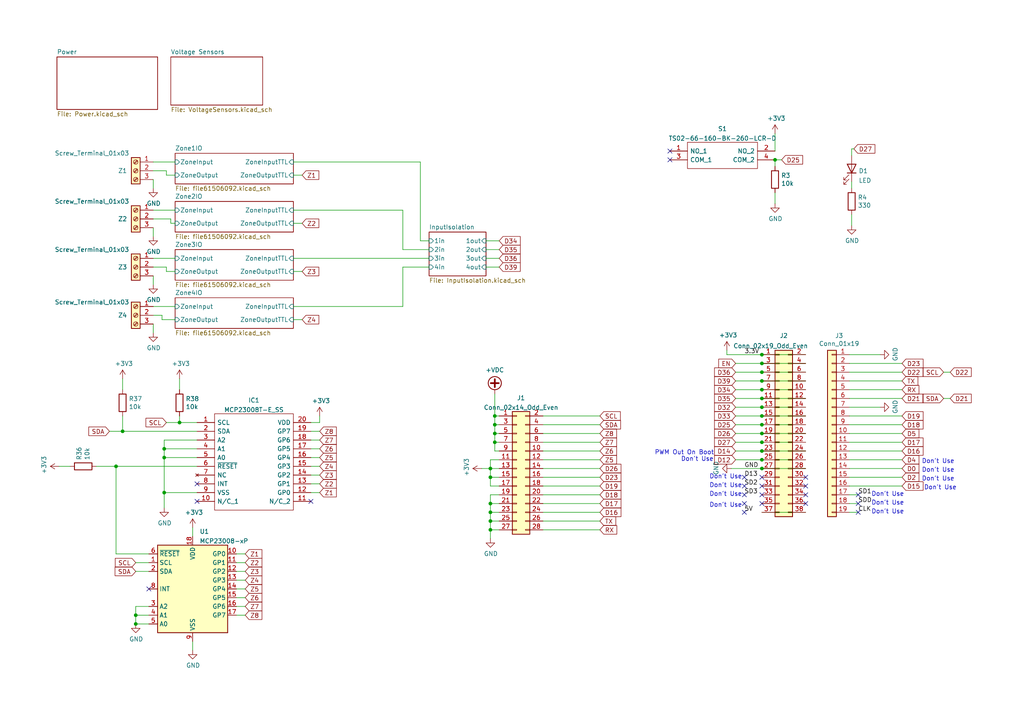
<source format=kicad_sch>
(kicad_sch (version 20211123) (generator eeschema)
  (paper "A4")
  (lib_symbols
    (symbol "Connector:Screw_Terminal_01x03" (pin_names (offset 1.016) hide)
      (property "Reference" "J" (at 0 5.08 0))
      (property "Value" "Screw_Terminal_01x03" (at 0 -5.08 0))
      (symbol "Screw_Terminal_01x03_1_1"
        (rectangle (start -1.27 3.81) (end 1.27 -3.81) (stroke (width 0.254)) (fill (type background)))
        (circle (center 0 -2.54) (radius 0.635) (stroke (width 0.1524)))
        (polyline (pts (xy -0.5334 -2.2098) (xy 0.3302 -3.048)) (stroke (width 0.1524)))
        (polyline (pts (xy -0.5334 0.3302) (xy 0.3302 -0.508)) (stroke (width 0.1524)))
        (polyline (pts (xy -0.5334 2.8702) (xy 0.3302 2.032)) (stroke (width 0.1524)))
        (polyline (pts (xy -0.3556 -2.032) (xy 0.508 -2.8702)) (stroke (width 0.1524)))
        (polyline (pts (xy -0.3556 0.508) (xy 0.508 -0.3302)) (stroke (width 0.1524)))
        (polyline (pts (xy -0.3556 3.048) (xy 0.508 2.2098)) (stroke (width 0.1524)))
        (circle (center 0 0) (radius 0.635) (stroke (width 0.1524)))
        (circle (center 0 2.54) (radius 0.635) (stroke (width 0.1524)))
        (pin passive line (at -5.08 2.54 0) (length 3.81) (name "Pin_1") (number "1"))
        (pin passive line (at -5.08 0 0) (length 3.81) (name "Pin_2") (number "2"))
        (pin passive line (at -5.08 -2.54 0) (length 3.81) (name "Pin_3") (number "3"))
      )
    )
    (symbol "Connector_Generic:Conn_01x19" (pin_names (offset 1.016) hide)
      (property "Reference" "J" (at 0 25.4 0))
      (property "Value" "Conn_01x19" (at 0 -25.4 0))
      (symbol "Conn_01x19_1_1"
        (rectangle (start -1.27 -22.733) (end 0 -22.987) (stroke (width 0.1524)))
        (rectangle (start -1.27 -20.193) (end 0 -20.447) (stroke (width 0.1524)))
        (rectangle (start -1.27 -17.653) (end 0 -17.907) (stroke (width 0.1524)))
        (rectangle (start -1.27 -15.113) (end 0 -15.367) (stroke (width 0.1524)))
        (rectangle (start -1.27 -12.573) (end 0 -12.827) (stroke (width 0.1524)))
        (rectangle (start -1.27 -10.033) (end 0 -10.287) (stroke (width 0.1524)))
        (rectangle (start -1.27 -7.493) (end 0 -7.747) (stroke (width 0.1524)))
        (rectangle (start -1.27 -4.953) (end 0 -5.207) (stroke (width 0.1524)))
        (rectangle (start -1.27 -2.413) (end 0 -2.667) (stroke (width 0.1524)))
        (rectangle (start -1.27 0.127) (end 0 -0.127) (stroke (width 0.1524)))
        (rectangle (start -1.27 2.667) (end 0 2.413) (stroke (width 0.1524)))
        (rectangle (start -1.27 5.207) (end 0 4.953) (stroke (width 0.1524)))
        (rectangle (start -1.27 7.747) (end 0 7.493) (stroke (width 0.1524)))
        (rectangle (start -1.27 10.287) (end 0 10.033) (stroke (width 0.1524)))
        (rectangle (start -1.27 12.827) (end 0 12.573) (stroke (width 0.1524)))
        (rectangle (start -1.27 15.367) (end 0 15.113) (stroke (width 0.1524)))
        (rectangle (start -1.27 17.907) (end 0 17.653) (stroke (width 0.1524)))
        (rectangle (start -1.27 20.447) (end 0 20.193) (stroke (width 0.1524)))
        (rectangle (start -1.27 22.987) (end 0 22.733) (stroke (width 0.1524)))
        (rectangle (start -1.27 24.13) (end 1.27 -24.13) (stroke (width 0.254)) (fill (type background)))
        (pin passive line (at -5.08 22.86 0) (length 3.81) (name "Pin_1") (number "1"))
        (pin passive line (at -5.08 0 0) (length 3.81) (name "Pin_10") (number "10"))
        (pin passive line (at -5.08 -2.54 0) (length 3.81) (name "Pin_11") (number "11"))
        (pin passive line (at -5.08 -5.08 0) (length 3.81) (name "Pin_12") (number "12"))
        (pin passive line (at -5.08 -7.62 0) (length 3.81) (name "Pin_13") (number "13"))
        (pin passive line (at -5.08 -10.16 0) (length 3.81) (name "Pin_14") (number "14"))
        (pin passive line (at -5.08 -12.7 0) (length 3.81) (name "Pin_15") (number "15"))
        (pin passive line (at -5.08 -15.24 0) (length 3.81) (name "Pin_16") (number "16"))
        (pin passive line (at -5.08 -17.78 0) (length 3.81) (name "Pin_17") (number "17"))
        (pin passive line (at -5.08 -20.32 0) (length 3.81) (name "Pin_18") (number "18"))
        (pin passive line (at -5.08 -22.86 0) (length 3.81) (name "Pin_19") (number "19"))
        (pin passive line (at -5.08 20.32 0) (length 3.81) (name "Pin_2") (number "2"))
        (pin passive line (at -5.08 17.78 0) (length 3.81) (name "Pin_3") (number "3"))
        (pin passive line (at -5.08 15.24 0) (length 3.81) (name "Pin_4") (number "4"))
        (pin passive line (at -5.08 12.7 0) (length 3.81) (name "Pin_5") (number "5"))
        (pin passive line (at -5.08 10.16 0) (length 3.81) (name "Pin_6") (number "6"))
        (pin passive line (at -5.08 7.62 0) (length 3.81) (name "Pin_7") (number "7"))
        (pin passive line (at -5.08 5.08 0) (length 3.81) (name "Pin_8") (number "8"))
        (pin passive line (at -5.08 2.54 0) (length 3.81) (name "Pin_9") (number "9"))
      )
    )
    (symbol "Connector_Generic:Conn_02x14_Odd_Even" (pin_names (offset 1.016) hide)
      (property "Reference" "J" (at 1.27 17.78 0))
      (property "Value" "Conn_02x14_Odd_Even" (at 1.27 -20.32 0))
      (symbol "Conn_02x14_Odd_Even_1_1"
        (rectangle (start -1.27 -17.653) (end 0 -17.907) (stroke (width 0.1524)))
        (rectangle (start -1.27 -15.113) (end 0 -15.367) (stroke (width 0.1524)))
        (rectangle (start -1.27 -12.573) (end 0 -12.827) (stroke (width 0.1524)))
        (rectangle (start -1.27 -10.033) (end 0 -10.287) (stroke (width 0.1524)))
        (rectangle (start -1.27 -7.493) (end 0 -7.747) (stroke (width 0.1524)))
        (rectangle (start -1.27 -4.953) (end 0 -5.207) (stroke (width 0.1524)))
        (rectangle (start -1.27 -2.413) (end 0 -2.667) (stroke (width 0.1524)))
        (rectangle (start -1.27 0.127) (end 0 -0.127) (stroke (width 0.1524)))
        (rectangle (start -1.27 2.667) (end 0 2.413) (stroke (width 0.1524)))
        (rectangle (start -1.27 5.207) (end 0 4.953) (stroke (width 0.1524)))
        (rectangle (start -1.27 7.747) (end 0 7.493) (stroke (width 0.1524)))
        (rectangle (start -1.27 10.287) (end 0 10.033) (stroke (width 0.1524)))
        (rectangle (start -1.27 12.827) (end 0 12.573) (stroke (width 0.1524)))
        (rectangle (start -1.27 15.367) (end 0 15.113) (stroke (width 0.1524)))
        (rectangle (start -1.27 16.51) (end 3.81 -19.05) (stroke (width 0.254)) (fill (type background)))
        (rectangle (start 3.81 -17.653) (end 2.54 -17.907) (stroke (width 0.1524)))
        (rectangle (start 3.81 -15.113) (end 2.54 -15.367) (stroke (width 0.1524)))
        (rectangle (start 3.81 -12.573) (end 2.54 -12.827) (stroke (width 0.1524)))
        (rectangle (start 3.81 -10.033) (end 2.54 -10.287) (stroke (width 0.1524)))
        (rectangle (start 3.81 -7.493) (end 2.54 -7.747) (stroke (width 0.1524)))
        (rectangle (start 3.81 -4.953) (end 2.54 -5.207) (stroke (width 0.1524)))
        (rectangle (start 3.81 -2.413) (end 2.54 -2.667) (stroke (width 0.1524)))
        (rectangle (start 3.81 0.127) (end 2.54 -0.127) (stroke (width 0.1524)))
        (rectangle (start 3.81 2.667) (end 2.54 2.413) (stroke (width 0.1524)))
        (rectangle (start 3.81 5.207) (end 2.54 4.953) (stroke (width 0.1524)))
        (rectangle (start 3.81 7.747) (end 2.54 7.493) (stroke (width 0.1524)))
        (rectangle (start 3.81 10.287) (end 2.54 10.033) (stroke (width 0.1524)))
        (rectangle (start 3.81 12.827) (end 2.54 12.573) (stroke (width 0.1524)))
        (rectangle (start 3.81 15.367) (end 2.54 15.113) (stroke (width 0.1524)))
        (pin passive line (at -5.08 15.24 0) (length 3.81) (name "Pin_1") (number "1"))
        (pin passive line (at 7.62 5.08 180) (length 3.81) (name "Pin_10") (number "10"))
        (pin passive line (at -5.08 2.54 0) (length 3.81) (name "Pin_11") (number "11"))
        (pin passive line (at 7.62 2.54 180) (length 3.81) (name "Pin_12") (number "12"))
        (pin passive line (at -5.08 0 0) (length 3.81) (name "Pin_13") (number "13"))
        (pin passive line (at 7.62 0 180) (length 3.81) (name "Pin_14") (number "14"))
        (pin passive line (at -5.08 -2.54 0) (length 3.81) (name "Pin_15") (number "15"))
        (pin passive line (at 7.62 -2.54 180) (length 3.81) (name "Pin_16") (number "16"))
        (pin passive line (at -5.08 -5.08 0) (length 3.81) (name "Pin_17") (number "17"))
        (pin passive line (at 7.62 -5.08 180) (length 3.81) (name "Pin_18") (number "18"))
        (pin passive line (at -5.08 -7.62 0) (length 3.81) (name "Pin_19") (number "19"))
        (pin passive line (at 7.62 15.24 180) (length 3.81) (name "Pin_2") (number "2"))
        (pin passive line (at 7.62 -7.62 180) (length 3.81) (name "Pin_20") (number "20"))
        (pin passive line (at -5.08 -10.16 0) (length 3.81) (name "Pin_21") (number "21"))
        (pin passive line (at 7.62 -10.16 180) (length 3.81) (name "Pin_22") (number "22"))
        (pin passive line (at -5.08 -12.7 0) (length 3.81) (name "Pin_23") (number "23"))
        (pin passive line (at 7.62 -12.7 180) (length 3.81) (name "Pin_24") (number "24"))
        (pin passive line (at -5.08 -15.24 0) (length 3.81) (name "Pin_25") (number "25"))
        (pin passive line (at 7.62 -15.24 180) (length 3.81) (name "Pin_26") (number "26"))
        (pin passive line (at -5.08 -17.78 0) (length 3.81) (name "Pin_27") (number "27"))
        (pin passive line (at 7.62 -17.78 180) (length 3.81) (name "Pin_28") (number "28"))
        (pin passive line (at -5.08 12.7 0) (length 3.81) (name "Pin_3") (number "3"))
        (pin passive line (at 7.62 12.7 180) (length 3.81) (name "Pin_4") (number "4"))
        (pin passive line (at -5.08 10.16 0) (length 3.81) (name "Pin_5") (number "5"))
        (pin passive line (at 7.62 10.16 180) (length 3.81) (name "Pin_6") (number "6"))
        (pin passive line (at -5.08 7.62 0) (length 3.81) (name "Pin_7") (number "7"))
        (pin passive line (at 7.62 7.62 180) (length 3.81) (name "Pin_8") (number "8"))
        (pin passive line (at -5.08 5.08 0) (length 3.81) (name "Pin_9") (number "9"))
      )
    )
    (symbol "Connector_Generic:Conn_02x19_Odd_Even" (pin_names (offset 1.016) hide)
      (property "Reference" "J" (at 1.27 25.4 0))
      (property "Value" "Conn_02x19_Odd_Even" (at 1.27 -25.4 0))
      (symbol "Conn_02x19_Odd_Even_1_1"
        (rectangle (start -1.27 -22.733) (end 0 -22.987) (stroke (width 0.1524)))
        (rectangle (start -1.27 -20.193) (end 0 -20.447) (stroke (width 0.1524)))
        (rectangle (start -1.27 -17.653) (end 0 -17.907) (stroke (width 0.1524)))
        (rectangle (start -1.27 -15.113) (end 0 -15.367) (stroke (width 0.1524)))
        (rectangle (start -1.27 -12.573) (end 0 -12.827) (stroke (width 0.1524)))
        (rectangle (start -1.27 -10.033) (end 0 -10.287) (stroke (width 0.1524)))
        (rectangle (start -1.27 -7.493) (end 0 -7.747) (stroke (width 0.1524)))
        (rectangle (start -1.27 -4.953) (end 0 -5.207) (stroke (width 0.1524)))
        (rectangle (start -1.27 -2.413) (end 0 -2.667) (stroke (width 0.1524)))
        (rectangle (start -1.27 0.127) (end 0 -0.127) (stroke (width 0.1524)))
        (rectangle (start -1.27 2.667) (end 0 2.413) (stroke (width 0.1524)))
        (rectangle (start -1.27 5.207) (end 0 4.953) (stroke (width 0.1524)))
        (rectangle (start -1.27 7.747) (end 0 7.493) (stroke (width 0.1524)))
        (rectangle (start -1.27 10.287) (end 0 10.033) (stroke (width 0.1524)))
        (rectangle (start -1.27 12.827) (end 0 12.573) (stroke (width 0.1524)))
        (rectangle (start -1.27 15.367) (end 0 15.113) (stroke (width 0.1524)))
        (rectangle (start -1.27 17.907) (end 0 17.653) (stroke (width 0.1524)))
        (rectangle (start -1.27 20.447) (end 0 20.193) (stroke (width 0.1524)))
        (rectangle (start -1.27 22.987) (end 0 22.733) (stroke (width 0.1524)))
        (rectangle (start -1.27 24.13) (end 3.81 -24.13) (stroke (width 0.254)) (fill (type background)))
        (rectangle (start 3.81 -22.733) (end 2.54 -22.987) (stroke (width 0.1524)))
        (rectangle (start 3.81 -20.193) (end 2.54 -20.447) (stroke (width 0.1524)))
        (rectangle (start 3.81 -17.653) (end 2.54 -17.907) (stroke (width 0.1524)))
        (rectangle (start 3.81 -15.113) (end 2.54 -15.367) (stroke (width 0.1524)))
        (rectangle (start 3.81 -12.573) (end 2.54 -12.827) (stroke (width 0.1524)))
        (rectangle (start 3.81 -10.033) (end 2.54 -10.287) (stroke (width 0.1524)))
        (rectangle (start 3.81 -7.493) (end 2.54 -7.747) (stroke (width 0.1524)))
        (rectangle (start 3.81 -4.953) (end 2.54 -5.207) (stroke (width 0.1524)))
        (rectangle (start 3.81 -2.413) (end 2.54 -2.667) (stroke (width 0.1524)))
        (rectangle (start 3.81 0.127) (end 2.54 -0.127) (stroke (width 0.1524)))
        (rectangle (start 3.81 2.667) (end 2.54 2.413) (stroke (width 0.1524)))
        (rectangle (start 3.81 5.207) (end 2.54 4.953) (stroke (width 0.1524)))
        (rectangle (start 3.81 7.747) (end 2.54 7.493) (stroke (width 0.1524)))
        (rectangle (start 3.81 10.287) (end 2.54 10.033) (stroke (width 0.1524)))
        (rectangle (start 3.81 12.827) (end 2.54 12.573) (stroke (width 0.1524)))
        (rectangle (start 3.81 15.367) (end 2.54 15.113) (stroke (width 0.1524)))
        (rectangle (start 3.81 17.907) (end 2.54 17.653) (stroke (width 0.1524)))
        (rectangle (start 3.81 20.447) (end 2.54 20.193) (stroke (width 0.1524)))
        (rectangle (start 3.81 22.987) (end 2.54 22.733) (stroke (width 0.1524)))
        (pin passive line (at -5.08 22.86 0) (length 3.81) (name "Pin_1") (number "1"))
        (pin passive line (at 7.62 12.7 180) (length 3.81) (name "Pin_10") (number "10"))
        (pin passive line (at -5.08 10.16 0) (length 3.81) (name "Pin_11") (number "11"))
        (pin passive line (at 7.62 10.16 180) (length 3.81) (name "Pin_12") (number "12"))
        (pin passive line (at -5.08 7.62 0) (length 3.81) (name "Pin_13") (number "13"))
        (pin passive line (at 7.62 7.62 180) (length 3.81) (name "Pin_14") (number "14"))
        (pin passive line (at -5.08 5.08 0) (length 3.81) (name "Pin_15") (number "15"))
        (pin passive line (at 7.62 5.08 180) (length 3.81) (name "Pin_16") (number "16"))
        (pin passive line (at -5.08 2.54 0) (length 3.81) (name "Pin_17") (number "17"))
        (pin passive line (at 7.62 2.54 180) (length 3.81) (name "Pin_18") (number "18"))
        (pin passive line (at -5.08 0 0) (length 3.81) (name "Pin_19") (number "19"))
        (pin passive line (at 7.62 22.86 180) (length 3.81) (name "Pin_2") (number "2"))
        (pin passive line (at 7.62 0 180) (length 3.81) (name "Pin_20") (number "20"))
        (pin passive line (at -5.08 -2.54 0) (length 3.81) (name "Pin_21") (number "21"))
        (pin passive line (at 7.62 -2.54 180) (length 3.81) (name "Pin_22") (number "22"))
        (pin passive line (at -5.08 -5.08 0) (length 3.81) (name "Pin_23") (number "23"))
        (pin passive line (at 7.62 -5.08 180) (length 3.81) (name "Pin_24") (number "24"))
        (pin passive line (at -5.08 -7.62 0) (length 3.81) (name "Pin_25") (number "25"))
        (pin passive line (at 7.62 -7.62 180) (length 3.81) (name "Pin_26") (number "26"))
        (pin passive line (at -5.08 -10.16 0) (length 3.81) (name "Pin_27") (number "27"))
        (pin passive line (at 7.62 -10.16 180) (length 3.81) (name "Pin_28") (number "28"))
        (pin passive line (at -5.08 -12.7 0) (length 3.81) (name "Pin_29") (number "29"))
        (pin passive line (at -5.08 20.32 0) (length 3.81) (name "Pin_3") (number "3"))
        (pin passive line (at 7.62 -12.7 180) (length 3.81) (name "Pin_30") (number "30"))
        (pin passive line (at -5.08 -15.24 0) (length 3.81) (name "Pin_31") (number "31"))
        (pin passive line (at 7.62 -15.24 180) (length 3.81) (name "Pin_32") (number "32"))
        (pin passive line (at -5.08 -17.78 0) (length 3.81) (name "Pin_33") (number "33"))
        (pin passive line (at 7.62 -17.78 180) (length 3.81) (name "Pin_34") (number "34"))
        (pin passive line (at -5.08 -20.32 0) (length 3.81) (name "Pin_35") (number "35"))
        (pin passive line (at 7.62 -20.32 180) (length 3.81) (name "Pin_36") (number "36"))
        (pin passive line (at -5.08 -22.86 0) (length 3.81) (name "Pin_37") (number "37"))
        (pin passive line (at 7.62 -22.86 180) (length 3.81) (name "Pin_38") (number "38"))
        (pin passive line (at 7.62 20.32 180) (length 3.81) (name "Pin_4") (number "4"))
        (pin passive line (at -5.08 17.78 0) (length 3.81) (name "Pin_5") (number "5"))
        (pin passive line (at 7.62 17.78 180) (length 3.81) (name "Pin_6") (number "6"))
        (pin passive line (at -5.08 15.24 0) (length 3.81) (name "Pin_7") (number "7"))
        (pin passive line (at 7.62 15.24 180) (length 3.81) (name "Pin_8") (number "8"))
        (pin passive line (at -5.08 12.7 0) (length 3.81) (name "Pin_9") (number "9"))
      )
    )
    (symbol "Device:LED" (pin_numbers hide) (pin_names (offset 1.016) hide)
      (property "Reference" "D" (at 0 2.54 0))
      (property "Value" "LED" (at 0 -2.54 0))
      (symbol "LED_0_1"
        (polyline (pts (xy -1.27 -1.27) (xy -1.27 1.27)) (stroke (width 0.254)))
        (polyline (pts (xy -1.27 0) (xy 1.27 0)))
        (polyline (pts (xy 1.27 -1.27) (xy 1.27 1.27) (xy -1.27 0) (xy 1.27 -1.27)) (stroke (width 0.254)))
        (polyline (pts (xy -3.048 -0.762) (xy -4.572 -2.286) (xy -3.81 -2.286) (xy -4.572 -2.286) (xy -4.572 -1.524)))
        (polyline (pts (xy -1.778 -0.762) (xy -3.302 -2.286) (xy -2.54 -2.286) (xy -3.302 -2.286) (xy -3.302 -1.524)))
      )
      (symbol "LED_1_1"
        (pin passive line (at -3.81 0 0) (length 2.54) (name "K") (number "1"))
        (pin passive line (at 3.81 0 180) (length 2.54) (name "A") (number "2"))
      )
    )
    (symbol "Device:R" (pin_numbers hide) (pin_names (offset 0))
      (property "Reference" "R" (at 2.032 0 90))
      (property "Value" "R" (at 0 0 90))
      (symbol "R_0_1"
        (rectangle (start -1.016 -2.54) (end 1.016 2.54) (stroke (width 0.254)))
      )
      (symbol "R_1_1"
        (pin passive line (at 0 3.81 270) (length 1.27) (name "~") (number "1"))
        (pin passive line (at 0 -3.81 90) (length 1.27) (name "~") (number "2"))
      )
    )
    (symbol "Interface_Expansion:MCP23008-xP"
      (property "Reference" "U" (at -8.89 13.97 0))
      (property "Value" "MCP23008-xP" (at 8.89 13.97 0))
      (symbol "MCP23008-xP_0_1"
        (rectangle (start -10.16 12.7) (end 10.16 -12.7) (stroke (width 0.254)) (fill (type background)))
      )
      (symbol "MCP23008-xP_1_1"
        (pin input line (at -12.7 7.62 0) (length 2.54) (name "SCL") (number "1"))
        (pin bidirectional line (at 12.7 10.16 180) (length 2.54) (name "GP0") (number "10"))
        (pin bidirectional line (at 12.7 7.62 180) (length 2.54) (name "GP1") (number "11"))
        (pin bidirectional line (at 12.7 5.08 180) (length 2.54) (name "GP2") (number "12"))
        (pin bidirectional line (at 12.7 2.54 180) (length 2.54) (name "GP3") (number "13"))
        (pin bidirectional line (at 12.7 0 180) (length 2.54) (name "GP4") (number "14"))
        (pin bidirectional line (at 12.7 -2.54 180) (length 2.54) (name "GP5") (number "15"))
        (pin bidirectional line (at 12.7 -5.08 180) (length 2.54) (name "GP6") (number "16"))
        (pin bidirectional line (at 12.7 -7.62 180) (length 2.54) (name "GP7") (number "17"))
        (pin power_in line (at 0 15.24 270) (length 2.54) (name "VDD") (number "18"))
        (pin bidirectional line (at -12.7 5.08 0) (length 2.54) (name "SDA") (number "2"))
        (pin input line (at -12.7 -5.08 0) (length 2.54) (name "A2") (number "3"))
        (pin input line (at -12.7 -7.62 0) (length 2.54) (name "A1") (number "4"))
        (pin input line (at -12.7 -10.16 0) (length 2.54) (name "A0") (number "5"))
        (pin input line (at -12.7 10.16 0) (length 2.54) (name "~{RESET}") (number "6"))
        (pin no_connect line (at -10.16 -2.54 0) (length 2.54) hide (name "NC") (number "7"))
        (pin output line (at -12.7 0 0) (length 2.54) (name "INT") (number "8"))
        (pin power_in line (at 0 -15.24 90) (length 2.54) (name "VSS") (number "9"))
      )
    )
    (symbol "Samac_Sys:MCP23008T-E_SS" (pin_names (offset 0.762))
      (property "Reference" "IC" (at 29.21 7.62 0))
      (property "Value" "MCP23008T-E_SS" (at 29.21 5.08 0))
      (symbol "MCP23008T-E_SS_0_0"
        (pin passive line (at 0 0 0) (length 5.08) (name "SCL") (number "1"))
        (pin passive line (at 0 -22.86 0) (length 5.08) (name "N/C_1") (number "10"))
        (pin passive line (at 33.02 -22.86 180) (length 5.08) (name "N/C_2") (number "11"))
        (pin passive line (at 33.02 -20.32 180) (length 5.08) (name "GP0") (number "12"))
        (pin passive line (at 33.02 -17.78 180) (length 5.08) (name "GP1") (number "13"))
        (pin passive line (at 33.02 -15.24 180) (length 5.08) (name "GP2") (number "14"))
        (pin passive line (at 33.02 -12.7 180) (length 5.08) (name "GP3") (number "15"))
        (pin passive line (at 33.02 -10.16 180) (length 5.08) (name "GP4") (number "16"))
        (pin passive line (at 33.02 -7.62 180) (length 5.08) (name "GP5") (number "17"))
        (pin passive line (at 33.02 -5.08 180) (length 5.08) (name "GP6") (number "18"))
        (pin passive line (at 33.02 -2.54 180) (length 5.08) (name "GP7") (number "19"))
        (pin passive line (at 0 -2.54 0) (length 5.08) (name "SDA") (number "2"))
        (pin passive line (at 33.02 0 180) (length 5.08) (name "VDD") (number "20"))
        (pin passive line (at 0 -5.08 0) (length 5.08) (name "A2") (number "3"))
        (pin passive line (at 0 -7.62 0) (length 5.08) (name "A1") (number "4"))
        (pin passive line (at 0 -10.16 0) (length 5.08) (name "A0") (number "5"))
        (pin passive line (at 0 -12.7 0) (length 5.08) (name "~{RESET}") (number "6"))
        (pin no_connect line (at 0 -15.24 0) (length 5.08) (name "NC") (number "7"))
        (pin passive line (at 0 -17.78 0) (length 5.08) (name "INT") (number "8"))
        (pin passive line (at 0 -20.32 0) (length 5.08) (name "VSS") (number "9"))
      )
      (symbol "MCP23008T-E_SS_0_1"
        (polyline (pts (xy 5.08 2.54) (xy 27.94 2.54) (xy 27.94 -25.4) (xy 5.08 -25.4) (xy 5.08 2.54)) (stroke (width 0.1524)))
      )
    )
    (symbol "Samac_Sys:TS02-66-160-BK-260-LCR-D" (pin_names (offset 0.762))
      (property "Reference" "S" (at 26.67 7.62 0))
      (property "Value" "TS02-66-160-BK-260-LCR-D" (at 26.67 5.08 0))
      (symbol "TS02-66-160-BK-260-LCR-D_0_0"
        (pin passive line (at 0 0 0) (length 5.08) (name "NO_1") (number "1"))
        (pin passive line (at 30.48 0 180) (length 5.08) (name "NO_2") (number "2"))
        (pin passive line (at 0 -2.54 0) (length 5.08) (name "COM_1") (number "3"))
        (pin passive line (at 30.48 -2.54 180) (length 5.08) (name "COM_2") (number "4"))
      )
      (symbol "TS02-66-160-BK-260-LCR-D_0_1"
        (polyline (pts (xy 5.08 2.54) (xy 25.4 2.54) (xy 25.4 -5.08) (xy 5.08 -5.08) (xy 5.08 2.54)) (stroke (width 0.1524)))
      )
    )
    (symbol "power:+3.3V" (power) (pin_names (offset 0))
      (property "Value" "+3.3V" (at 0 3.556 0))
      (symbol "+3.3V_0_1"
        (polyline (pts (xy -0.762 1.27) (xy 0 2.54)))
        (polyline (pts (xy 0 0) (xy 0 2.54)))
        (polyline (pts (xy 0 2.54) (xy 0.762 1.27)))
      )
      (symbol "+3.3V_1_1"
        (pin power_in line (at 0 0 90) (length 0) hide (name "+3V3") (number "1"))
      )
    )
    (symbol "power:+VDC" (power) (pin_names (offset 0))
      (property "Value" "+VDC" (at 0 6.35 0))
      (symbol "+VDC_0_1"
        (polyline (pts (xy -1.143 3.175) (xy 1.143 3.175)) (stroke (width 0.508)))
        (polyline (pts (xy 0 0) (xy 0 1.27)))
        (polyline (pts (xy 0 2.032) (xy 0 4.318)) (stroke (width 0.508)))
        (circle (center 0 3.175) (radius 1.905) (stroke (width 0.254)))
      )
      (symbol "+VDC_1_1"
        (pin power_in line (at 0 0 90) (length 0) hide (name "+VDC") (number "1"))
      )
    )
    (symbol "power:GND" (power) (pin_names (offset 0))
      (property "Value" "GND" (at 0 -3.81 0))
      (symbol "GND_0_1"
        (polyline (pts (xy 0 0) (xy 0 -1.27) (xy 1.27 -1.27) (xy 0 -2.54) (xy -1.27 -1.27) (xy 0 -1.27)))
      )
      (symbol "GND_1_1"
        (pin power_in line (at 0 0 270) (length 0) hide (name "GND") (number "1"))
      )
    )
  )
  (junction (at 142.24 146.05))
  (junction (at 220.98 130.81))
  (junction (at 143.51 120.65))
  (junction (at 39.37 178.435))
  (junction (at 220.98 110.49))
  (junction (at 220.98 115.57))
  (junction (at 220.98 118.11))
  (junction (at 39.37 180.975))
  (junction (at 220.98 135.89))
  (junction (at 47.625 142.875))
  (junction (at 224.79 46.355))
  (junction (at 143.51 125.73))
  (junction (at 142.24 148.59))
  (junction (at 142.24 138.43))
  (junction (at 142.24 135.89))
  (junction (at 220.98 102.87))
  (junction (at 35.56 125.095))
  (junction (at 33.655 135.255))
  (junction (at 47.625 132.715))
  (junction (at 52.07 122.555))
  (junction (at 143.51 123.19))
  (junction (at 220.98 120.65))
  (junction (at 220.98 133.35))
  (junction (at 143.51 128.27))
  (junction (at 142.24 151.13))
  (junction (at 220.98 128.27))
  (junction (at 220.98 107.95))
  (junction (at 142.24 153.67))
  (junction (at 47.625 130.175))
  (junction (at 220.98 113.03))
  (junction (at 220.98 125.73))
  (junction (at 220.98 105.41))
  (junction (at 220.98 123.19))
  (no_connect (at 248.92 146.05))
  (no_connect (at 43.18 170.815))
  (no_connect (at 248.92 143.51))
  (no_connect (at 57.15 145.415))
  (no_connect (at 90.17 145.415))
  (no_connect (at 215.9 148.59))
  (no_connect (at 194.31 43.815))
  (no_connect (at 194.31 46.355))
  (no_connect (at 57.15 140.335))
  (no_connect (at 215.9 143.51))
  (no_connect (at 215.9 140.97))
  (no_connect (at 215.9 138.43))
  (no_connect (at 220.98 143.51))
  (no_connect (at 220.98 140.97))
  (no_connect (at 220.98 138.43))
  (no_connect (at 233.68 138.43))
  (no_connect (at 233.68 140.97))
  (no_connect (at 233.68 143.51))
  (no_connect (at 215.9 146.05))
  (no_connect (at 233.68 146.05))
  (no_connect (at 248.92 148.59))
  (no_connect (at 220.98 146.05))
  (wire (pts (xy 90.17 142.875) (xy 92.71 142.875)))
  (wire (pts (xy 213.36 133.35) (xy 220.98 133.35)))
  (wire (pts (xy 68.58 168.275) (xy 71.12 168.275)))
  (wire (pts (xy 139.7 135.89) (xy 142.24 135.89)))
  (wire (pts (xy 90.17 125.095) (xy 92.71 125.095)))
  (wire (pts (xy 224.79 38.735) (xy 224.79 43.815)))
  (wire (pts (xy 213.36 123.19) (xy 220.98 123.19)))
  (wire (pts (xy 247.015 52.705) (xy 247.015 54.61)))
  (wire (pts (xy 44.45 88.9) (xy 50.8 88.9)))
  (wire (pts (xy 213.36 110.49) (xy 220.98 110.49)))
  (wire (pts (xy 246.38 133.35) (xy 261.62 133.35)))
  (wire (pts (xy 173.99 125.73) (xy 157.48 125.73)))
  (wire (pts (xy 121.92 69.85) (xy 121.92 46.99)))
  (wire (pts (xy 35.56 120.65) (xy 35.56 125.095)))
  (wire (pts (xy 226.695 46.355) (xy 224.79 46.355)))
  (wire (pts (xy 27.94 135.255) (xy 33.655 135.255)))
  (wire (pts (xy 144.78 153.67) (xy 142.24 153.67)))
  (wire (pts (xy 85.09 46.99) (xy 121.92 46.99)))
  (wire (pts (xy 233.68 107.95) (xy 220.98 107.95)))
  (wire (pts (xy 143.51 130.81) (xy 143.51 128.27)))
  (wire (pts (xy 57.15 127.635) (xy 47.625 127.635)))
  (wire (pts (xy 47.625 127.635) (xy 47.625 130.175)))
  (wire (pts (xy 17.145 135.255) (xy 20.32 135.255)))
  (wire (pts (xy 44.45 82.55) (xy 44.45 80.01)))
  (wire (pts (xy 142.24 146.05) (xy 142.24 148.59)))
  (wire (pts (xy 246.38 146.05) (xy 248.92 146.05)))
  (wire (pts (xy 52.07 122.555) (xy 57.15 122.555)))
  (wire (pts (xy 90.17 130.175) (xy 92.71 130.175)))
  (wire (pts (xy 246.38 110.49) (xy 261.62 110.49)))
  (wire (pts (xy 143.51 125.73) (xy 144.78 125.73)))
  (wire (pts (xy 48.26 122.555) (xy 52.07 122.555)))
  (wire (pts (xy 85.09 92.71) (xy 87.63 92.71)))
  (wire (pts (xy 90.17 140.335) (xy 92.71 140.335)))
  (wire (pts (xy 157.48 151.13) (xy 173.99 151.13)))
  (wire (pts (xy 157.48 143.51) (xy 173.99 143.51)))
  (wire (pts (xy 47.625 132.715) (xy 47.625 142.875)))
  (wire (pts (xy 39.37 178.435) (xy 39.37 180.975)))
  (wire (pts (xy 143.51 114.3) (xy 143.51 120.65)))
  (wire (pts (xy 48.26 78.74) (xy 50.8 78.74)))
  (wire (pts (xy 246.38 118.11) (xy 255.27 118.11)))
  (wire (pts (xy 247.015 62.23) (xy 247.015 65.405)))
  (wire (pts (xy 85.09 74.93) (xy 124.46 74.93)))
  (wire (pts (xy 233.68 130.81) (xy 220.98 130.81)))
  (wire (pts (xy 210.82 102.87) (xy 220.98 102.87)))
  (wire (pts (xy 68.58 163.195) (xy 71.12 163.195)))
  (wire (pts (xy 90.17 127.635) (xy 92.71 127.635)))
  (wire (pts (xy 31.75 125.095) (xy 35.56 125.095)))
  (wire (pts (xy 247.015 43.18) (xy 247.015 45.085)))
  (wire (pts (xy 157.48 120.65) (xy 173.99 120.65)))
  (wire (pts (xy 273.685 115.57) (xy 275.59 115.57)))
  (wire (pts (xy 144.78 148.59) (xy 142.24 148.59)))
  (wire (pts (xy 85.09 50.8) (xy 87.63 50.8)))
  (wire (pts (xy 44.45 68.58) (xy 44.45 66.04)))
  (wire (pts (xy 247.015 43.18) (xy 247.65 43.18)))
  (wire (pts (xy 142.24 151.13) (xy 142.24 153.67)))
  (wire (pts (xy 52.07 109.855) (xy 52.07 113.03)))
  (wire (pts (xy 233.68 118.11) (xy 220.98 118.11)))
  (wire (pts (xy 157.48 128.27) (xy 173.99 128.27)))
  (wire (pts (xy 246.38 120.65) (xy 261.62 120.65)))
  (wire (pts (xy 246.38 128.27) (xy 261.62 128.27)))
  (wire (pts (xy 44.45 96.52) (xy 44.45 93.98)))
  (wire (pts (xy 143.51 128.27) (xy 143.51 125.73)))
  (wire (pts (xy 44.45 49.53) (xy 48.26 49.53)))
  (wire (pts (xy 157.48 153.67) (xy 173.99 153.67)))
  (wire (pts (xy 49.53 64.77) (xy 50.8 64.77)))
  (wire (pts (xy 220.98 148.59) (xy 233.68 148.59)))
  (wire (pts (xy 212.09 135.89) (xy 220.98 135.89)))
  (wire (pts (xy 213.36 128.27) (xy 220.98 128.27)))
  (wire (pts (xy 143.51 120.65) (xy 144.78 120.65)))
  (wire (pts (xy 157.48 146.05) (xy 173.99 146.05)))
  (wire (pts (xy 39.37 180.975) (xy 43.18 180.975)))
  (wire (pts (xy 220.98 105.41) (xy 233.68 105.41)))
  (wire (pts (xy 116.84 88.9) (xy 85.09 88.9)))
  (wire (pts (xy 140.97 74.93) (xy 144.78 74.93)))
  (wire (pts (xy 144.78 140.97) (xy 142.24 140.97)))
  (wire (pts (xy 47.625 142.875) (xy 47.625 147.32)))
  (wire (pts (xy 157.48 138.43) (xy 173.99 138.43)))
  (wire (pts (xy 213.36 125.73) (xy 220.98 125.73)))
  (wire (pts (xy 35.56 109.855) (xy 35.56 113.03)))
  (wire (pts (xy 90.17 137.795) (xy 92.71 137.795)))
  (wire (pts (xy 143.51 123.19) (xy 143.51 125.73)))
  (wire (pts (xy 144.78 128.27) (xy 143.51 128.27)))
  (wire (pts (xy 144.78 143.51) (xy 142.24 143.51)))
  (wire (pts (xy 246.38 125.73) (xy 261.62 125.73)))
  (wire (pts (xy 44.45 63.5) (xy 49.53 63.5)))
  (wire (pts (xy 44.45 54.61) (xy 44.45 52.07)))
  (wire (pts (xy 246.38 107.95) (xy 261.62 107.95)))
  (wire (pts (xy 68.58 165.735) (xy 71.12 165.735)))
  (wire (pts (xy 246.38 113.03) (xy 261.62 113.03)))
  (wire (pts (xy 246.38 123.19) (xy 261.62 123.19)))
  (wire (pts (xy 273.685 107.95) (xy 275.59 107.95)))
  (wire (pts (xy 55.88 186.055) (xy 55.88 188.595)))
  (wire (pts (xy 142.24 133.35) (xy 142.24 135.89)))
  (wire (pts (xy 140.97 72.39) (xy 144.78 72.39)))
  (wire (pts (xy 233.68 120.65) (xy 220.98 120.65)))
  (wire (pts (xy 246.38 115.57) (xy 261.62 115.57)))
  (wire (pts (xy 124.46 77.47) (xy 116.84 77.47)))
  (wire (pts (xy 142.24 138.43) (xy 142.24 140.97)))
  (wire (pts (xy 43.18 175.895) (xy 39.37 175.895)))
  (wire (pts (xy 90.17 135.255) (xy 92.71 135.255)))
  (wire (pts (xy 246.38 135.89) (xy 261.62 135.89)))
  (wire (pts (xy 233.68 110.49) (xy 220.98 110.49)))
  (wire (pts (xy 248.92 143.51) (xy 246.38 143.51)))
  (wire (pts (xy 246.38 140.97) (xy 261.62 140.97)))
  (wire (pts (xy 48.26 49.53) (xy 48.26 50.8)))
  (wire (pts (xy 213.36 130.81) (xy 220.98 130.81)))
  (wire (pts (xy 33.655 160.655) (xy 33.655 135.255)))
  (wire (pts (xy 233.68 102.87) (xy 220.98 102.87)))
  (wire (pts (xy 213.36 115.57) (xy 220.98 115.57)))
  (wire (pts (xy 39.37 175.895) (xy 39.37 178.435)))
  (wire (pts (xy 55.88 153.035) (xy 55.88 155.575)))
  (wire (pts (xy 68.58 178.435) (xy 71.12 178.435)))
  (wire (pts (xy 157.48 148.59) (xy 173.99 148.59)))
  (wire (pts (xy 246.38 102.87) (xy 255.27 102.87)))
  (wire (pts (xy 35.56 125.095) (xy 57.15 125.095)))
  (wire (pts (xy 224.79 55.88) (xy 224.79 59.055)))
  (wire (pts (xy 48.26 50.8) (xy 50.8 50.8)))
  (wire (pts (xy 142.24 148.59) (xy 142.24 151.13)))
  (wire (pts (xy 213.36 118.11) (xy 220.98 118.11)))
  (wire (pts (xy 44.45 46.99) (xy 50.8 46.99)))
  (wire (pts (xy 142.24 151.13) (xy 144.78 151.13)))
  (wire (pts (xy 157.48 123.19) (xy 173.99 123.19)))
  (wire (pts (xy 46.99 91.44) (xy 46.99 92.71)))
  (wire (pts (xy 68.58 173.355) (xy 71.12 173.355)))
  (wire (pts (xy 57.15 142.875) (xy 47.625 142.875)))
  (wire (pts (xy 39.37 163.195) (xy 43.18 163.195)))
  (wire (pts (xy 144.78 146.05) (xy 142.24 146.05)))
  (wire (pts (xy 142.24 135.89) (xy 144.78 135.89)))
  (wire (pts (xy 213.36 105.41) (xy 220.98 105.41)))
  (wire (pts (xy 144.78 123.19) (xy 143.51 123.19)))
  (wire (pts (xy 85.09 78.74) (xy 87.63 78.74)))
  (wire (pts (xy 144.78 138.43) (xy 142.24 138.43)))
  (wire (pts (xy 140.97 77.47) (xy 144.78 77.47)))
  (wire (pts (xy 39.37 178.435) (xy 43.18 178.435)))
  (wire (pts (xy 144.78 130.81) (xy 143.51 130.81)))
  (wire (pts (xy 233.68 133.35) (xy 220.98 133.35)))
  (wire (pts (xy 246.38 105.41) (xy 261.62 105.41)))
  (wire (pts (xy 92.71 122.555) (xy 92.71 120.65)))
  (wire (pts (xy 140.97 69.85) (xy 144.78 69.85)))
  (wire (pts (xy 47.625 130.175) (xy 57.15 130.175)))
  (wire (pts (xy 49.53 63.5) (xy 49.53 64.77)))
  (wire (pts (xy 52.07 120.65) (xy 52.07 122.555)))
  (wire (pts (xy 233.68 128.27) (xy 220.98 128.27)))
  (wire (pts (xy 142.24 138.43) (xy 142.24 135.89)))
  (wire (pts (xy 157.48 135.89) (xy 173.99 135.89)))
  (wire (pts (xy 116.84 72.39) (xy 116.84 60.96)))
  (wire (pts (xy 144.78 133.35) (xy 142.24 133.35)))
  (wire (pts (xy 47.625 132.715) (xy 57.15 132.715)))
  (wire (pts (xy 213.36 113.03) (xy 220.98 113.03)))
  (wire (pts (xy 47.625 130.175) (xy 47.625 132.715)))
  (wire (pts (xy 44.45 77.47) (xy 48.26 77.47)))
  (wire (pts (xy 233.68 115.57) (xy 220.98 115.57)))
  (wire (pts (xy 173.99 130.81) (xy 157.48 130.81)))
  (wire (pts (xy 85.09 64.77) (xy 87.63 64.77)))
  (wire (pts (xy 224.79 46.355) (xy 224.79 48.26)))
  (wire (pts (xy 68.58 160.655) (xy 71.12 160.655)))
  (wire (pts (xy 116.84 77.47) (xy 116.84 88.9)))
  (wire (pts (xy 48.26 77.47) (xy 48.26 78.74)))
  (wire (pts (xy 124.46 72.39) (xy 116.84 72.39)))
  (wire (pts (xy 50.8 60.96) (xy 44.45 60.96)))
  (wire (pts (xy 213.36 120.65) (xy 220.98 120.65)))
  (wire (pts (xy 210.82 102.87) (xy 210.82 101.6)))
  (wire (pts (xy 142.24 143.51) (xy 142.24 146.05)))
  (wire (pts (xy 68.58 170.815) (xy 71.12 170.815)))
  (wire (pts (xy 39.37 165.735) (xy 43.18 165.735)))
  (wire (pts (xy 44.45 74.93) (xy 50.8 74.93)))
  (wire (pts (xy 246.38 138.43) (xy 261.62 138.43)))
  (wire (pts (xy 213.36 107.95) (xy 220.98 107.95)))
  (wire (pts (xy 116.84 60.96) (xy 85.09 60.96)))
  (wire (pts (xy 233.68 123.19) (xy 220.98 123.19)))
  (wire (pts (xy 124.46 69.85) (xy 121.92 69.85)))
  (wire (pts (xy 43.18 160.655) (xy 33.655 160.655)))
  (wire (pts (xy 44.45 91.44) (xy 46.99 91.44)))
  (wire (pts (xy 90.17 122.555) (xy 92.71 122.555)))
  (wire (pts (xy 33.655 135.255) (xy 57.15 135.255)))
  (wire (pts (xy 220.98 135.89) (xy 233.68 135.89)))
  (wire (pts (xy 246.38 130.81) (xy 261.62 130.81)))
  (wire (pts (xy 157.48 133.35) (xy 173.99 133.35)))
  (wire (pts (xy 142.24 153.67) (xy 142.24 156.21)))
  (wire (pts (xy 248.92 148.59) (xy 246.38 148.59)))
  (wire (pts (xy 157.48 140.97) (xy 173.99 140.97)))
  (wire (pts (xy 68.58 175.895) (xy 71.12 175.895)))
  (wire (pts (xy 233.68 125.73) (xy 220.98 125.73)))
  (wire (pts (xy 143.51 120.65) (xy 143.51 123.19)))
  (wire (pts (xy 46.99 92.71) (xy 50.8 92.71)))
  (wire (pts (xy 90.17 132.715) (xy 92.71 132.715)))
  (wire (pts (xy 233.68 113.03) (xy 220.98 113.03)))
  (text "Don't Use" (at 205.74 139.065 0) (effects (font (size 1.27 1.27)) (justify left bottom)))
  (text "Don't Use" (at 267.335 134.62 0) (effects (font (size 1.27 1.27)) (justify left bottom)))
  (text "Don't Use" (at 252.73 144.145 0) (effects (font (size 1.27 1.27)) (justify left bottom)))
  (text "Don't Use" (at 205.74 147.32 0) (effects (font (size 1.27 1.27)) (justify left bottom)))
  (text "Don't Use" (at 267.97 142.24 0) (effects (font (size 1.27 1.27)) (justify left bottom)))
  (text "Don't Use" (at 205.74 141.605 0) (effects (font (size 1.27 1.27)) (justify left bottom)))
  (text "Don't Use" (at 252.73 146.685 0) (effects (font (size 1.27 1.27)) (justify left bottom)))
  (text "Don't Use" (at 205.74 144.145 0) (effects (font (size 1.27 1.27)) (justify left bottom)))
  (text "Don't Use" (at 252.73 149.225 0) (effects (font (size 1.27 1.27)) (justify left bottom)))
  (text "Don't Use" (at 267.335 139.7 0) (effects (font (size 1.27 1.27)) (justify left bottom)))
  (text "PWM Out On Boot" (at 189.865 132.08 0) (effects (font (size 1.27 1.27)) (justify left bottom)))
  (text "Don't Use" (at 197.485 133.985 0) (effects (font (size 1.27 1.27)) (justify left bottom)))
  (text "Don't Use" (at 267.335 137.16 0) (effects (font (size 1.27 1.27)) (justify left bottom)))
  (label "D13" (at 215.9 138.43 0))
  (label "SD2" (at 215.9 140.97 0))
  (label "3.3V" (at 215.9 102.87 0))
  (label "5V" (at 215.9 148.59 0))
  (label "SDD" (at 248.92 146.05 0))
  (label "CLK" (at 248.92 148.59 0))
  (label "GND" (at 215.9 135.89 0))
  (label "SD3" (at 215.9 143.51 0))
  (label "SD1" (at 248.92 143.51 0))
  (global_label "Z7" (shape input) (at 71.12 175.895 0) (property "Intersheet References" "${INTERSHEET_REFS}" (effects hide)))
  (global_label "SCL" (shape input) (at 39.37 163.195 180) (property "Intersheet References" "${INTERSHEET_REFS}" (effects hide)))
  (global_label "Z7" (shape input) (at 92.71 127.635 0) (property "Intersheet References" "${INTERSHEET_REFS}" (effects hide)))
  (global_label "D34" (shape input) (at 213.36 113.03 180) (property "Intersheet References" "${INTERSHEET_REFS}" (effects hide)))
  (global_label "Z6" (shape input) (at 71.12 173.355 0) (property "Intersheet References" "${INTERSHEET_REFS}" (effects hide)))
  (global_label "D2" (shape input) (at 261.62 138.43 0) (property "Intersheet References" "${INTERSHEET_REFS}" (effects hide)))
  (global_label "Z3" (shape input) (at 92.71 137.795 0) (property "Intersheet References" "${INTERSHEET_REFS}" (effects hide)))
  (global_label "D32" (shape input) (at 213.36 118.11 180) (property "Intersheet References" "${INTERSHEET_REFS}" (effects hide)))
  (global_label "D23" (shape input) (at 261.62 105.41 0) (property "Intersheet References" "${INTERSHEET_REFS}" (effects hide)))
  (global_label "D23" (shape input) (at 173.99 138.43 0) (property "Intersheet References" "${INTERSHEET_REFS}" (effects hide)))
  (global_label "D36" (shape input) (at 144.78 74.93 0) (property "Intersheet References" "${INTERSHEET_REFS}" (effects hide)))
  (global_label "D36" (shape input) (at 213.36 107.95 180) (property "Intersheet References" "${INTERSHEET_REFS}" (effects hide)))
  (global_label "D26" (shape input) (at 213.36 125.73 180) (property "Intersheet References" "${INTERSHEET_REFS}" (effects hide)))
  (global_label "Z6" (shape input) (at 92.71 130.175 0) (property "Intersheet References" "${INTERSHEET_REFS}" (effects hide)))
  (global_label "RX" (shape input) (at 261.62 113.03 0) (property "Intersheet References" "${INTERSHEET_REFS}" (effects hide)))
  (global_label "SCL" (shape input) (at 273.685 107.95 180) (property "Intersheet References" "${INTERSHEET_REFS}" (effects hide)))
  (global_label "D17" (shape input) (at 261.62 128.27 0) (property "Intersheet References" "${INTERSHEET_REFS}" (effects hide)))
  (global_label "TX" (shape input) (at 173.99 151.13 0) (property "Intersheet References" "${INTERSHEET_REFS}" (effects hide)))
  (global_label "SDA" (shape input) (at 273.685 115.57 180) (property "Intersheet References" "${INTERSHEET_REFS}" (effects hide)))
  (global_label "TX" (shape input) (at 261.62 110.49 0) (property "Intersheet References" "${INTERSHEET_REFS}" (effects hide)))
  (global_label "SCL" (shape input) (at 48.26 122.555 180) (property "Intersheet References" "${INTERSHEET_REFS}" (effects hide)))
  (global_label "D15" (shape input) (at 261.62 140.97 0) (property "Intersheet References" "${INTERSHEET_REFS}" (effects hide)))
  (global_label "Z4" (shape input) (at 71.12 168.275 0) (property "Intersheet References" "${INTERSHEET_REFS}" (effects hide)))
  (global_label "Z6" (shape input) (at 173.99 130.81 0) (property "Intersheet References" "${INTERSHEET_REFS}" (effects hide)))
  (global_label "EN" (shape input) (at 213.36 105.41 180) (property "Intersheet References" "${INTERSHEET_REFS}" (effects hide)))
  (global_label "Z1" (shape input) (at 92.71 142.875 0) (property "Intersheet References" "${INTERSHEET_REFS}" (effects hide)))
  (global_label "D25" (shape input) (at 213.36 123.19 180) (property "Intersheet References" "${INTERSHEET_REFS}" (effects hide)))
  (global_label "Z1" (shape input) (at 87.63 50.8 0) (property "Intersheet References" "${INTERSHEET_REFS}" (effects hide)))
  (global_label "D14" (shape input) (at 213.36 130.81 180) (property "Intersheet References" "${INTERSHEET_REFS}" (effects hide)))
  (global_label "SCL" (shape input) (at 173.99 120.65 0) (property "Intersheet References" "${INTERSHEET_REFS}" (effects hide)))
  (global_label "Z8" (shape input) (at 173.99 125.73 0) (property "Intersheet References" "${INTERSHEET_REFS}" (effects hide)))
  (global_label "D16" (shape input) (at 173.99 148.59 0) (property "Intersheet References" "${INTERSHEET_REFS}" (effects hide)))
  (global_label "RX" (shape input) (at 173.99 153.67 0) (property "Intersheet References" "${INTERSHEET_REFS}" (effects hide)))
  (global_label "D34" (shape input) (at 144.78 69.85 0) (property "Intersheet References" "${INTERSHEET_REFS}" (effects hide)))
  (global_label "Z3" (shape input) (at 87.63 78.74 0) (property "Intersheet References" "${INTERSHEET_REFS}" (effects hide)))
  (global_label "D19" (shape input) (at 173.99 140.97 0) (property "Intersheet References" "${INTERSHEET_REFS}" (effects hide)))
  (global_label "D17" (shape input) (at 173.99 146.05 0) (property "Intersheet References" "${INTERSHEET_REFS}" (effects hide)))
  (global_label "D12" (shape input) (at 213.36 133.35 180) (property "Intersheet References" "${INTERSHEET_REFS}" (effects hide)))
  (global_label "D21" (shape input) (at 275.59 115.57 0) (property "Intersheet References" "${INTERSHEET_REFS}" (effects hide)))
  (global_label "D21" (shape input) (at 261.62 115.57 0) (property "Intersheet References" "${INTERSHEET_REFS}" (effects hide)))
  (global_label "D16" (shape input) (at 261.62 130.81 0) (property "Intersheet References" "${INTERSHEET_REFS}" (effects hide)))
  (global_label "Z4" (shape input) (at 92.71 135.255 0) (property "Intersheet References" "${INTERSHEET_REFS}" (effects hide)))
  (global_label "Z4" (shape input) (at 87.63 92.71 0) (property "Intersheet References" "${INTERSHEET_REFS}" (effects hide)))
  (global_label "D22" (shape input) (at 275.59 107.95 0) (property "Intersheet References" "${INTERSHEET_REFS}" (effects hide)))
  (global_label "D18" (shape input) (at 173.99 143.51 0) (property "Intersheet References" "${INTERSHEET_REFS}" (effects hide)))
  (global_label "Z5" (shape input) (at 92.71 132.715 0) (property "Intersheet References" "${INTERSHEET_REFS}" (effects hide)))
  (global_label "Z5" (shape input) (at 173.99 133.35 0) (property "Intersheet References" "${INTERSHEET_REFS}" (effects hide)))
  (global_label "Z5" (shape input) (at 71.12 170.815 0) (property "Intersheet References" "${INTERSHEET_REFS}" (effects hide)))
  (global_label "Z8" (shape input) (at 92.71 125.095 0) (property "Intersheet References" "${INTERSHEET_REFS}" (effects hide)))
  (global_label "D35" (shape input) (at 213.36 115.57 180) (property "Intersheet References" "${INTERSHEET_REFS}" (effects hide)))
  (global_label "D27" (shape input) (at 247.65 43.18 0) (property "Intersheet References" "${INTERSHEET_REFS}" (effects hide)))
  (global_label "D5" (shape input) (at 261.62 125.73 0) (property "Intersheet References" "${INTERSHEET_REFS}" (effects hide)))
  (global_label "SDA" (shape input) (at 173.99 123.19 0) (property "Intersheet References" "${INTERSHEET_REFS}" (effects hide)))
  (global_label "SDA" (shape input) (at 39.37 165.735 180) (property "Intersheet References" "${INTERSHEET_REFS}" (effects hide)))
  (global_label "SDA" (shape input) (at 31.75 125.095 180) (property "Intersheet References" "${INTERSHEET_REFS}" (effects hide)))
  (global_label "D25" (shape input) (at 226.695 46.355 0) (property "Intersheet References" "${INTERSHEET_REFS}" (effects hide)))
  (global_label "D26" (shape input) (at 173.99 135.89 0) (property "Intersheet References" "${INTERSHEET_REFS}" (effects hide)))
  (global_label "Z1" (shape input) (at 71.12 160.655 0) (property "Intersheet References" "${INTERSHEET_REFS}" (effects hide)))
  (global_label "D27" (shape input) (at 213.36 128.27 180) (property "Intersheet References" "${INTERSHEET_REFS}" (effects hide)))
  (global_label "D22" (shape input) (at 261.62 107.95 0) (property "Intersheet References" "${INTERSHEET_REFS}" (effects hide)))
  (global_label "Z2" (shape input) (at 71.12 163.195 0) (property "Intersheet References" "${INTERSHEET_REFS}" (effects hide)))
  (global_label "Z2" (shape input) (at 87.63 64.77 0) (property "Intersheet References" "${INTERSHEET_REFS}" (effects hide)))
  (global_label "Z7" (shape input) (at 173.99 128.27 0) (property "Intersheet References" "${INTERSHEET_REFS}" (effects hide)))
  (global_label "D35" (shape input) (at 144.78 72.39 0) (property "Intersheet References" "${INTERSHEET_REFS}" (effects hide)))
  (global_label "D19" (shape input) (at 261.62 120.65 0) (property "Intersheet References" "${INTERSHEET_REFS}" (effects hide)))
  (global_label "D33" (shape input) (at 213.36 120.65 180) (property "Intersheet References" "${INTERSHEET_REFS}" (effects hide)))
  (global_label "D4" (shape input) (at 261.62 133.35 0) (property "Intersheet References" "${INTERSHEET_REFS}" (effects hide)))
  (global_label "D18" (shape input) (at 261.62 123.19 0) (property "Intersheet References" "${INTERSHEET_REFS}" (effects hide)))
  (global_label "D39" (shape input) (at 213.36 110.49 180) (property "Intersheet References" "${INTERSHEET_REFS}" (effects hide)))
  (global_label "Z2" (shape input) (at 92.71 140.335 0) (property "Intersheet References" "${INTERSHEET_REFS}" (effects hide)))
  (global_label "D0" (shape input) (at 261.62 135.89 0) (property "Intersheet References" "${INTERSHEET_REFS}" (effects hide)))
  (global_label "Z3" (shape input) (at 71.12 165.735 0) (property "Intersheet References" "${INTERSHEET_REFS}" (effects hide)))
  (global_label "D39" (shape input) (at 144.78 77.47 0) (property "Intersheet References" "${INTERSHEET_REFS}" (effects hide)))
  (global_label "Z8" (shape input) (at 71.12 178.435 0) (property "Intersheet References" "${INTERSHEET_REFS}" (effects hide)))
  (symbol (lib_id "Connector_Generic:Conn_01x19") (at 241.3 125.73 0) (mirror y) (unit 1)
    (property "Reference" "J3" (at 243.3828 97.3582 0))
    (property "Value" "Conn_01x19" (at 243.3828 99.6696 0))
    (property "Footprint" "Connector_PinSocket_2.54mm:PinSocket_1x19_P2.54mm_Vertical" (effects hide))
  )
  (symbol (lib_id "Connector_Generic:Conn_02x19_Odd_Even") (at 226.06 125.73 0) (unit 1)
    (property "Reference" "J2" (at 227.33 97.3582 0))
    (property "Value" "Conn_02x19_Odd_Even" (at 223.52 100.33 0))
    (property "Footprint" "Connector_PinSocket_2.54mm:PinSocket_2x19_P2.54mm_Vertical" (effects hide))
  )
  (symbol (lib_id "power:GND") (at 212.09 135.89 270) (mirror x) (unit 1)
    (property "Reference" "#PWR015" (effects hide))
    (property "Value" "GND" (at 207.6958 135.763 0))
  )
  (symbol (lib_id "Connector:Screw_Terminal_01x03") (at 39.37 49.53 0) (mirror y) (unit 1)
    (property "Reference" "Z1" (at 35.56 49.53 0))
    (property "Value" "Screw_Terminal_01x03" (at 26.67 44.45 0))
    (property "Footprint" "TerminalBlock_Phoenix:TerminalBlock_Phoenix_MKDS-1,5-3-5.08_1x03_P5.08mm_Horizontal" (effects hide))
  )
  (symbol (lib_id "power:GND") (at 44.45 54.61 0) (unit 1)
    (property "Reference" "#PWR03" (effects hide))
    (property "Value" "GND" (at 44.577 59.0042 0))
  )
  (symbol (lib_id "power:GND") (at 44.45 68.58 0) (unit 1)
    (property "Reference" "#PWR04" (effects hide))
    (property "Value" "GND" (at 44.577 72.9742 0))
  )
  (symbol (lib_id "Connector:Screw_Terminal_01x03") (at 39.37 63.5 0) (mirror y) (unit 1)
    (property "Reference" "Z2" (at 35.56 63.5 0))
    (property "Value" "Screw_Terminal_01x03" (at 26.67 58.42 0))
    (property "Footprint" "TerminalBlock_Phoenix:TerminalBlock_Phoenix_MKDS-1,5-3-5.08_1x03_P5.08mm_Horizontal" (effects hide))
  )
  (symbol (lib_id "power:GND") (at 44.45 82.55 0) (unit 1)
    (property "Reference" "#PWR05" (effects hide))
    (property "Value" "GND" (at 44.577 86.9442 0))
  )
  (symbol (lib_id "Connector:Screw_Terminal_01x03") (at 39.37 77.47 0) (mirror y) (unit 1)
    (property "Reference" "Z3" (at 35.56 77.47 0))
    (property "Value" "Screw_Terminal_01x03" (at 26.67 72.39 0))
    (property "Footprint" "TerminalBlock_Phoenix:TerminalBlock_Phoenix_MKDS-1,5-3-5.08_1x03_P5.08mm_Horizontal" (effects hide))
  )
  (symbol (lib_id "power:GND") (at 44.45 96.52 0) (unit 1)
    (property "Reference" "#PWR06" (effects hide))
    (property "Value" "GND" (at 44.577 100.9142 0))
  )
  (symbol (lib_id "Connector:Screw_Terminal_01x03") (at 39.37 91.44 0) (mirror y) (unit 1)
    (property "Reference" "Z4" (at 35.56 91.44 0))
    (property "Value" "Screw_Terminal_01x03" (at 26.67 87.63 0))
    (property "Footprint" "TerminalBlock_Phoenix:TerminalBlock_Phoenix_MKDS-1,5-3-5.08_1x03_P5.08mm_Horizontal" (effects hide))
  )
  (symbol (lib_id "power:GND") (at 255.27 102.87 90) (unit 1)
    (property "Reference" "#PWR020" (effects hide))
    (property "Value" "GND" (at 259.6642 102.743 0))
  )
  (symbol (lib_id "power:GND") (at 255.27 118.11 90) (unit 1)
    (property "Reference" "#PWR021" (effects hide))
    (property "Value" "GND" (at 259.6642 117.983 0))
  )
  (symbol (lib_id "power:+3.3V") (at 210.82 101.6 0) (unit 1)
    (property "Reference" "#PWR014" (effects hide))
    (property "Value" "+3.3V" (at 211.201 97.2058 0))
  )
  (symbol (lib_id "Device:R") (at 52.07 116.84 0) (unit 1)
    (property "Reference" "R38" (at 53.848 115.6716 0) (effects (justify left)))
    (property "Value" "10k" (at 53.848 117.983 0) (effects (justify left)))
    (property "Footprint" "Resistor_THT:R_Axial_DIN0207_L6.3mm_D2.5mm_P2.54mm_Vertical" (effects hide))
  )
  (symbol (lib_id "power:GND") (at 247.015 65.405 0) (unit 1)
    (property "Reference" "#PWR019" (effects hide))
    (property "Value" "GND" (at 247.142 69.7992 0))
  )
  (symbol (lib_id "Interface_Expansion:MCP23008-xP") (at 55.88 170.815 0) (unit 1)
    (property "Reference" "U1" (at 57.8994 154.1485 0) (effects (justify left)))
    (property "Value" "MCP23008-xP" (at 57.8994 156.9236 0) (effects (justify left)))
    (property "Footprint" "Package_DIP:DIP-18_W7.62mm" (effects hide))
    (property "Datasheet" "http://ww1.microchip.com/downloads/en/DeviceDoc/MCP23008-MCP23S08-Data-Sheet-20001919F.pdf" (effects hide))
  )
  (symbol (lib_id "power:+3.3V") (at 224.79 38.735 0) (unit 1)
    (property "Reference" "#PWR017" (effects hide))
    (property "Value" "+3.3V" (at 225.171 34.3408 0))
  )
  (symbol (lib_id "power:+3.3V") (at 52.07 109.855 0) (unit 1)
    (property "Reference" "#PWR040" (effects hide))
    (property "Value" "+3.3V" (at 52.451 105.4608 0))
  )
  (symbol (lib_id "Device:R") (at 35.56 116.84 0) (unit 1)
    (property "Reference" "R37" (at 37.338 115.6716 0) (effects (justify left)))
    (property "Value" "10k" (at 37.338 117.983 0) (effects (justify left)))
    (property "Footprint" "Resistor_THT:R_Axial_DIN0207_L6.3mm_D2.5mm_P2.54mm_Vertical" (effects hide))
  )
  (symbol (lib_id "power:+3.3V") (at 17.145 135.255 90) (unit 1)
    (property "Reference" "#PWR013" (effects hide))
    (property "Value" "+3.3V" (at 12.7508 134.874 0))
  )
  (symbol (lib_id "power:GND") (at 224.79 59.055 0) (unit 1)
    (property "Reference" "#PWR018" (effects hide))
    (property "Value" "GND" (at 224.917 63.4492 0))
  )
  (symbol (lib_id "power:GND") (at 142.24 156.21 0) (unit 1)
    (property "Reference" "#PWR0104" (effects hide))
    (property "Value" "GND" (at 142.367 160.6042 0))
  )
  (symbol (lib_id "Samac_Sys:TS02-66-160-BK-260-LCR-D") (at 194.31 43.815 0) (unit 1)
    (property "Reference" "S1" (at 209.55 37.3593 0))
    (property "Value" "TS02-66-160-BK-260-LCR-D" (at 209.55 40.1344 0))
    (property "Footprint" "TS0266160BK260LCRD" (effects hide))
    (property "Datasheet" "https://www.cuidevices.com/product/resource/ts02.pdf" (effects hide))
    (property "Description" "Tactile Switches 6 x 6 mm, 16 mm Act Height, 260 gf, Black, Long Crimped, Through Hole, SPST," (effects hide))
    (property "Height" "16.2" (effects hide))
    (property "Manufacturer_Name" "CUI Inc." (effects hide))
    (property "Manufacturer_Part_Number" "TS02-66-160-BK-260-LCR-D" (effects hide))
  )
  (symbol (lib_id "power:+3.3V") (at 35.56 109.855 0) (unit 1)
    (property "Reference" "#PWR039" (effects hide))
    (property "Value" "+3.3V" (at 35.941 105.4608 0))
  )
  (symbol (lib_id "Device:R") (at 24.13 135.255 90) (unit 1)
    (property "Reference" "R36" (at 22.9616 133.477 0) (effects (justify left)))
    (property "Value" "10k" (at 25.273 133.477 0) (effects (justify left)))
    (property "Footprint" "Resistor_THT:R_Axial_DIN0207_L6.3mm_D2.5mm_P2.54mm_Vertical" (effects hide))
  )
  (symbol (lib_id "power:GND") (at 55.88 188.595 0) (unit 1)
    (property "Reference" "#PWR0109" (effects hide))
    (property "Value" "GND" (at 56.007 192.9892 0))
  )
  (symbol (lib_id "power:+3.3V") (at 139.7 135.89 90) (unit 1)
    (property "Reference" "#PWR0106" (effects hide))
    (property "Value" "+3.3V" (at 135.3058 135.509 0))
  )
  (symbol (lib_id "Connector_Generic:Conn_02x14_Odd_Even") (at 149.86 135.89 0) (unit 1)
    (property "Reference" "J1" (at 151.13 115.4135 0))
    (property "Value" "Conn_02x14_Odd_Even" (at 151.13 118.1886 0))
    (property "Footprint" "Connector_PinHeader_2.54mm:PinHeader_2x14_P2.54mm_Vertical" (effects hide))
  )
  (symbol (lib_id "power:GND") (at 39.37 180.975 0) (unit 1)
    (property "Reference" "#PWR0108" (effects hide))
    (property "Value" "GND" (at 39.497 185.3692 0))
  )
  (symbol (lib_id "Device:R") (at 247.015 58.42 0) (unit 1)
    (property "Reference" "R4" (at 248.793 57.2516 0) (effects (justify left)))
    (property "Value" "330" (at 248.793 59.563 0) (effects (justify left)))
    (property "Footprint" "Resistor_THT:R_Axial_DIN0207_L6.3mm_D2.5mm_P2.54mm_Vertical" (effects hide))
  )
  (symbol (lib_id "Samac_Sys:MCP23008T-E_SS") (at 57.15 122.555 0) (unit 1)
    (property "Reference" "IC1" (at 73.66 116.0993 0))
    (property "Value" "MCP23008T-E_SS" (at 73.66 118.8744 0))
    (property "Footprint" "SOP65P780X200-20N" (effects hide))
    (property "Datasheet" "http://www.microchip.com/mymicrochip/filehandler.aspx?ddocname=en021920" (effects hide))
    (property "Description" "I2C Interface 1700kHz 5.5V 20-Pin SSOP T/R" (effects hide))
    (property "Height" "2" (effects hide))
    (property "Mouser Part Number" "579-MCP23008T-E/SS" (effects hide))
    (property "Mouser Price/Stock" "https://www.mouser.co.uk/ProductDetail/Microchip-Technology-Atmel/MCP23008T-E-SS?qs=ohtcwxb5zIsMtZ6VHZOtNw%3D%3D" (effects hide))
    (property "Manufacturer_Name" "Microchip" (effects hide))
    (property "Manufacturer_Part_Number" "MCP23008T-E/SS" (effects hide))
  )
  (symbol (lib_id "Device:LED") (at 247.015 48.895 270) (mirror x) (unit 1)
    (property "Reference" "D1" (at 249.047 49.574 90) (effects (justify left)))
    (property "Value" "LED" (at 249.047 52.3491 90) (effects (justify left)))
    (property "Footprint" "LED_THT:LED_D3.0mm" (effects hide))
  )
  (symbol (lib_id "Device:R") (at 224.79 52.07 0) (unit 1)
    (property "Reference" "R3" (at 226.568 50.9016 0) (effects (justify left)))
    (property "Value" "10k" (at 226.568 53.213 0) (effects (justify left)))
    (property "Footprint" "Resistor_THT:R_Axial_DIN0207_L6.3mm_D2.5mm_P2.54mm_Vertical" (effects hide))
  )
  (symbol (lib_id "power:+3.3V") (at 92.71 120.65 0) (unit 1)
    (property "Reference" "#PWR038" (effects hide))
    (property "Value" "+3.3V" (at 93.091 116.2558 0))
  )
  (symbol (lib_id "power:+3.3V") (at 55.88 153.035 0) (unit 1)
    (property "Reference" "#PWR0105" (effects hide))
    (property "Value" "+3.3V" (at 56.261 148.6408 0))
  )
  (symbol (lib_id "power:+VDC") (at 143.51 114.3 0) (unit 1)
    (property "Reference" "#PWR0107" (effects hide))
    (property "Value" "+VDC" (at 143.51 107.315 0))
  )
  (symbol (lib_id "power:GND") (at 47.625 147.32 0) (unit 1)
    (property "Reference" "#PWR037" (effects hide))
    (property "Value" "GND" (at 47.752 151.7142 0))
  )
  (sheet (at 50.8 44.45) (size 34.29 8.89)
    (property "Sheet name" "Zone1IO" (at 50.8 43.7384 0) (effects (justify left bottom)))
    (property "Sheet file" "file61506092.kicad_sch" (at 50.8 53.9246 0) (effects (justify left top)))
    (pin "ZoneInput" input (at 50.8 46.99 180))
    (pin "ZoneInputTTL" input (at 85.09 46.99 0))
    (pin "ZoneOutputTTL" input (at 85.09 50.8 0))
    (pin "ZoneOutput" input (at 50.8 50.8 180))
  )
  (sheet (at 50.8 58.42) (size 34.29 8.89)
    (property "Sheet name" "Zone2IO" (at 50.8 57.7084 0) (effects (justify left bottom)))
    (property "Sheet file" "file61506092.kicad_sch" (at 50.8 67.8946 0) (effects (justify left top)))
    (pin "ZoneInput" input (at 50.8 60.96 180))
    (pin "ZoneInputTTL" input (at 85.09 60.96 0))
    (pin "ZoneOutputTTL" input (at 85.09 64.77 0))
    (pin "ZoneOutput" input (at 50.8 64.77 180))
  )
  (sheet (at 50.8 72.39) (size 34.29 8.89)
    (property "Sheet name" "Zone3IO" (at 50.8 71.6784 0) (effects (justify left bottom)))
    (property "Sheet file" "file61506092.kicad_sch" (at 50.8 81.8646 0) (effects (justify left top)))
    (pin "ZoneInput" input (at 50.8 74.93 180))
    (pin "ZoneInputTTL" input (at 85.09 74.93 0))
    (pin "ZoneOutputTTL" input (at 85.09 78.74 0))
    (pin "ZoneOutput" input (at 50.8 78.74 180))
  )
  (sheet (at 50.8 86.36) (size 34.29 8.89)
    (property "Sheet name" "Zone4IO" (at 50.8 85.6484 0) (effects (justify left bottom)))
    (property "Sheet file" "file61506092.kicad_sch" (at 50.8 95.8346 0) (effects (justify left top)))
    (pin "ZoneInput" input (at 50.8 88.9 180))
    (pin "ZoneInputTTL" input (at 85.09 88.9 0))
    (pin "ZoneOutputTTL" input (at 85.09 92.71 0))
    (pin "ZoneOutput" input (at 50.8 92.71 180))
  )
  (sheet (at 124.46 67.31) (size 16.51 12.7) (stroke (width 0.1524))
    (property "Sheet name" "InputIsolation" (at 124.46 66.5984 0) (effects (justify left bottom)))
    (property "Sheet file" "InputIsolation.kicad_sch" (at 124.46 80.5946 0) (effects (justify left top)))
    (pin "2out" input (at 140.97 72.39 0))
    (pin "1out" input (at 140.97 69.85 0))
    (pin "3out" input (at 140.97 74.93 0))
    (pin "4out" input (at 140.97 77.47 0))
    (pin "4in" input (at 124.46 77.47 180))
    (pin "1in" input (at 124.46 69.85 180))
    (pin "3in" input (at 124.46 74.93 180))
    (pin "2in" input (at 124.46 72.39 180))
  )
  (sheet (at 49.53 16.51) (size 26.67 13.97) (stroke (width 0.1524))
    (property "Sheet name" "Voltage Sensors" (at 49.53 15.7984 0) (effects (justify left bottom)))
    (property "Sheet file" "VoltageSensors.kicad_sch" (at 49.53 31.0646 0) (effects (justify left top)))
  )
  (sheet (at 16.51 16.51) (size 29.21 15.24) (stroke (width 0.1524))
    (property "Sheet name" "Power" (at 16.51 15.7984 0) (effects (justify left bottom)))
    (property "Sheet file" "Power.kicad_sch" (at 16.51 32.3346 0) (effects (justify left top)))
  )
)
</source>
